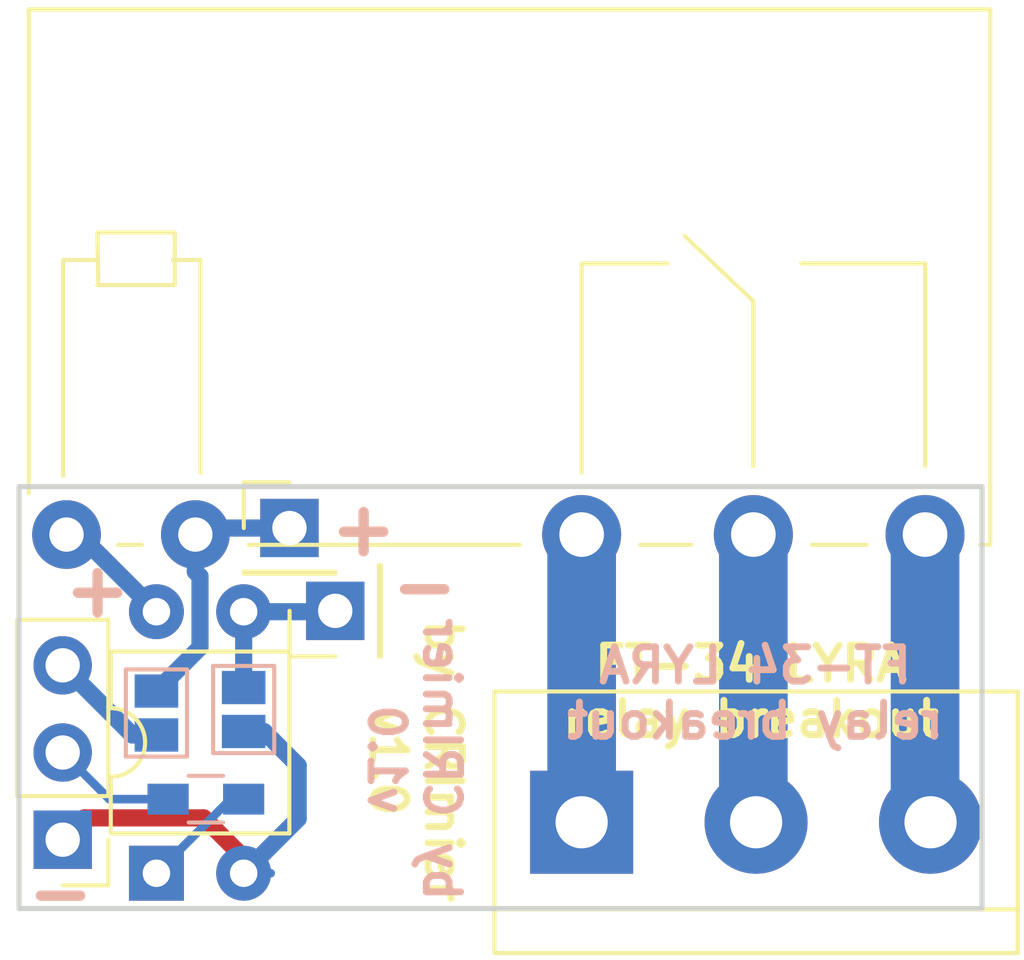
<source format=kicad_pcb>
(kicad_pcb (version 4) (host pcbnew 4.0.7)

  (general
    (links 13)
    (no_connects 1)
    (area 128.602381 85.907 161.568001 118.169)
    (thickness 1.6)
    (drawings 16)
    (tracks 32)
    (zones 0)
    (modules 9)
    (nets 11)
  )

  (page A4)
  (layers
    (0 F.Cu signal)
    (31 B.Cu signal)
    (32 B.Adhes user)
    (33 F.Adhes user)
    (34 B.Paste user)
    (35 F.Paste user)
    (36 B.SilkS user)
    (37 F.SilkS user)
    (38 B.Mask user)
    (39 F.Mask user)
    (40 Dwgs.User user)
    (41 Cmts.User user)
    (42 Eco1.User user)
    (43 Eco2.User user)
    (44 Edge.Cuts user)
    (45 Margin user)
    (46 B.CrtYd user)
    (47 F.CrtYd user)
    (48 B.Fab user hide)
    (49 F.Fab user hide)
  )

  (setup
    (last_trace_width 0.5)
    (user_trace_width 0.5)
    (user_trace_width 2)
    (trace_clearance 0.2)
    (zone_clearance 0.508)
    (zone_45_only no)
    (trace_min 0.2)
    (segment_width 0.2)
    (edge_width 0.15)
    (via_size 0.6)
    (via_drill 0.4)
    (via_min_size 0.4)
    (via_min_drill 0.3)
    (uvia_size 0.3)
    (uvia_drill 0.1)
    (uvias_allowed no)
    (uvia_min_size 0.2)
    (uvia_min_drill 0.1)
    (pcb_text_width 0.3)
    (pcb_text_size 1.5 1.5)
    (mod_edge_width 0.15)
    (mod_text_size 1 1)
    (mod_text_width 0.15)
    (pad_size 1.524 1.524)
    (pad_drill 0.762)
    (pad_to_mask_clearance 0.2)
    (aux_axis_origin 161.2646 100.9142)
    (grid_origin 161.29 100.965)
    (visible_elements 7FFFFFFF)
    (pcbplotparams
      (layerselection 0x010f0_80000001)
      (usegerberextensions true)
      (usegerberattributes true)
      (excludeedgelayer true)
      (linewidth 0.100000)
      (plotframeref false)
      (viasonmask false)
      (mode 1)
      (useauxorigin true)
      (hpglpennumber 1)
      (hpglpenspeed 20)
      (hpglpendiameter 15)
      (hpglpenoverlay 2)
      (psnegative false)
      (psa4output false)
      (plotreference false)
      (plotvalue false)
      (plotinvisibletext false)
      (padsonsilk false)
      (subtractmaskfromsilk false)
      (outputformat 1)
      (mirror false)
      (drillshape 0)
      (scaleselection 1)
      (outputdirectory gerbers/))
  )

  (net 0 "")
  (net 1 GND)
  (net 2 "Net-(J1-Pad2)")
  (net 3 VCC)
  (net 4 "Net-(J2-Pad1)")
  (net 5 "Net-(J3-Pad1)")
  (net 6 "Net-(J3-Pad2)")
  (net 7 "Net-(J3-Pad3)")
  (net 8 "Net-(R1-Pad1)")
  (net 9 "Net-(D1-Pad1)")
  (net 10 "Net-(D1-Pad2)")

  (net_class Default "This is the default net class."
    (clearance 0.2)
    (trace_width 0.25)
    (via_dia 0.6)
    (via_drill 0.4)
    (uvia_dia 0.3)
    (uvia_drill 0.1)
    (add_net GND)
    (add_net "Net-(D1-Pad1)")
    (add_net "Net-(D1-Pad2)")
    (add_net "Net-(J1-Pad2)")
    (add_net "Net-(J2-Pad1)")
    (add_net "Net-(J3-Pad1)")
    (add_net "Net-(J3-Pad2)")
    (add_net "Net-(J3-Pad3)")
    (add_net "Net-(R1-Pad1)")
    (add_net VCC)
  )

  (module Housings_DIP:DIP-4_W7.62mm (layer F.Cu) (tedit 5AA84F94) (tstamp 5AA84E8C)
    (at 136.0805 113.4999 90)
    (descr "4-lead though-hole mounted DIP package, row spacing 7.62 mm (300 mils)")
    (tags "THT DIP DIL PDIP 2.54mm 7.62mm 300mil")
    (path /5AA84B5A)
    (fp_text reference U1 (at 3.81 -2.33 90) (layer F.SilkS) hide
      (effects (font (size 1 1) (thickness 0.15)))
    )
    (fp_text value PC817 (at 3.81 4.87 90) (layer F.Fab)
      (effects (font (size 1 1) (thickness 0.15)))
    )
    (fp_arc (start 3.81 -1.33) (end 2.81 -1.33) (angle -180) (layer F.SilkS) (width 0.12))
    (fp_line (start 1.635 -1.27) (end 6.985 -1.27) (layer F.Fab) (width 0.1))
    (fp_line (start 6.985 -1.27) (end 6.985 3.81) (layer F.Fab) (width 0.1))
    (fp_line (start 6.985 3.81) (end 0.635 3.81) (layer F.Fab) (width 0.1))
    (fp_line (start 0.635 3.81) (end 0.635 -0.27) (layer F.Fab) (width 0.1))
    (fp_line (start 0.635 -0.27) (end 1.635 -1.27) (layer F.Fab) (width 0.1))
    (fp_line (start 2.81 -1.33) (end 1.16 -1.33) (layer F.SilkS) (width 0.12))
    (fp_line (start 1.16 -1.33) (end 1.16 3.87) (layer F.SilkS) (width 0.12))
    (fp_line (start 1.16 3.87) (end 6.46 3.87) (layer F.SilkS) (width 0.12))
    (fp_line (start 6.46 3.87) (end 6.46 -1.33) (layer F.SilkS) (width 0.12))
    (fp_line (start 6.46 -1.33) (end 4.81 -1.33) (layer F.SilkS) (width 0.12))
    (fp_line (start -1.1 -1.55) (end -1.1 4.1) (layer F.CrtYd) (width 0.05))
    (fp_line (start -1.1 4.1) (end 8.7 4.1) (layer F.CrtYd) (width 0.05))
    (fp_line (start 8.7 4.1) (end 8.7 -1.55) (layer F.CrtYd) (width 0.05))
    (fp_line (start 8.7 -1.55) (end -1.1 -1.55) (layer F.CrtYd) (width 0.05))
    (fp_text user %R (at 3.81 1.27 90) (layer F.Fab)
      (effects (font (size 1 1) (thickness 0.15)))
    )
    (pad 1 thru_hole rect (at 0 0 90) (size 1.6 1.6) (drill 0.8) (layers *.Cu *.Mask)
      (net 8 "Net-(R1-Pad1)"))
    (pad 3 thru_hole oval (at 7.62 2.54 90) (size 1.6 1.6) (drill 0.8) (layers *.Cu *.Mask)
      (net 4 "Net-(J2-Pad1)"))
    (pad 2 thru_hole oval (at 0 2.54 90) (size 1.6 1.6) (drill 0.8) (layers *.Cu *.Mask)
      (net 1 GND))
    (pad 4 thru_hole oval (at 7.62 0 90) (size 1.6 1.6) (drill 0.8) (layers *.Cu *.Mask)
      (net 10 "Net-(D1-Pad2)"))
    (model ${KISYS3DMOD}/Housings_DIP.3dshapes/DIP-4_W7.62mm.wrl
      (at (xyz 0 0 0))
      (scale (xyz 1 1 1))
      (rotate (xyz 0 0 0))
    )
  )

  (module Pin_Headers:Pin_Header_Straight_1x01_Pitch2.54mm (layer F.Cu) (tedit 5AA84F92) (tstamp 5AA8500F)
    (at 141.2875 105.8545 90)
    (descr "Through hole straight pin header, 1x01, 2.54mm pitch, single row")
    (tags "Through hole pin header THT 1x01 2.54mm single row")
    (path /5AA85134)
    (fp_text reference J2 (at 0 -2.33 90) (layer F.SilkS) hide
      (effects (font (size 1 1) (thickness 0.15)))
    )
    (fp_text value Conn_01x01 (at 0 2.33 90) (layer F.Fab)
      (effects (font (size 1 1) (thickness 0.15)))
    )
    (fp_line (start -0.635 -1.27) (end 1.27 -1.27) (layer F.Fab) (width 0.1))
    (fp_line (start 1.27 -1.27) (end 1.27 1.27) (layer F.Fab) (width 0.1))
    (fp_line (start 1.27 1.27) (end -1.27 1.27) (layer F.Fab) (width 0.1))
    (fp_line (start -1.27 1.27) (end -1.27 -0.635) (layer F.Fab) (width 0.1))
    (fp_line (start -1.27 -0.635) (end -0.635 -1.27) (layer F.Fab) (width 0.1))
    (fp_line (start -1.33 1.33) (end 1.33 1.33) (layer F.SilkS) (width 0.12))
    (fp_line (start -1.33 1.27) (end -1.33 1.33) (layer F.SilkS) (width 0.12))
    (fp_line (start 1.33 1.27) (end 1.33 1.33) (layer F.SilkS) (width 0.12))
    (fp_line (start -1.33 1.27) (end 1.33 1.27) (layer F.SilkS) (width 0.12))
    (fp_line (start -1.33 0) (end -1.33 -1.33) (layer F.SilkS) (width 0.12))
    (fp_line (start -1.33 -1.33) (end 0 -1.33) (layer F.SilkS) (width 0.12))
    (fp_line (start -1.8 -1.8) (end -1.8 1.8) (layer F.CrtYd) (width 0.05))
    (fp_line (start -1.8 1.8) (end 1.8 1.8) (layer F.CrtYd) (width 0.05))
    (fp_line (start 1.8 1.8) (end 1.8 -1.8) (layer F.CrtYd) (width 0.05))
    (fp_line (start 1.8 -1.8) (end -1.8 -1.8) (layer F.CrtYd) (width 0.05))
    (fp_text user %R (at 0 0 180) (layer F.Fab)
      (effects (font (size 1 1) (thickness 0.15)))
    )
    (pad 1 thru_hole rect (at 0 0 90) (size 1.7 1.7) (drill 1) (layers *.Cu *.Mask)
      (net 4 "Net-(J2-Pad1)"))
    (model ${KISYS3DMOD}/Pin_Headers.3dshapes/Pin_Header_Straight_1x01_Pitch2.54mm.wrl
      (at (xyz 0 0 0))
      (scale (xyz 1 1 1))
      (rotate (xyz 0 0 0))
    )
  )

  (module Connect:GS2 (layer B.Cu) (tedit 5AA84F90) (tstamp 5AA84E52)
    (at 138.6205 108.7297)
    (descr "2-pin solder bridge")
    (tags "solder bridge")
    (path /5AA84D40)
    (attr smd)
    (fp_text reference JP2 (at 1.78 0 90) (layer B.SilkS) hide
      (effects (font (size 1 1) (thickness 0.15)) (justify mirror))
    )
    (fp_text value Jumper (at -1.8 0 270) (layer B.Fab)
      (effects (font (size 1 1) (thickness 0.15)) (justify mirror))
    )
    (fp_line (start 1.1 1.45) (end 1.1 -1.5) (layer B.CrtYd) (width 0.05))
    (fp_line (start 1.1 -1.5) (end -1.1 -1.5) (layer B.CrtYd) (width 0.05))
    (fp_line (start -1.1 -1.5) (end -1.1 1.45) (layer B.CrtYd) (width 0.05))
    (fp_line (start -1.1 1.45) (end 1.1 1.45) (layer B.CrtYd) (width 0.05))
    (fp_line (start -0.89 1.27) (end -0.89 -1.27) (layer B.SilkS) (width 0.12))
    (fp_line (start 0.89 -1.27) (end 0.89 1.27) (layer B.SilkS) (width 0.12))
    (fp_line (start 0.89 -1.27) (end -0.89 -1.27) (layer B.SilkS) (width 0.12))
    (fp_line (start -0.89 1.27) (end 0.89 1.27) (layer B.SilkS) (width 0.12))
    (pad 1 smd rect (at 0 0.64) (size 1.27 0.97) (layers B.Cu B.Paste B.Mask)
      (net 1 GND))
    (pad 2 smd rect (at 0 -0.64) (size 1.27 0.97) (layers B.Cu B.Paste B.Mask)
      (net 4 "Net-(J2-Pad1)"))
  )

  (module Resistors_SMD:R_0603_HandSoldering (layer B.Cu) (tedit 5AA84F9B) (tstamp 5AA84E84)
    (at 137.5205 111.3409 180)
    (descr "Resistor SMD 0603, hand soldering")
    (tags "resistor 0603")
    (path /5AA84C19)
    (attr smd)
    (fp_text reference R1 (at 0 1.45 180) (layer B.SilkS) hide
      (effects (font (size 1 1) (thickness 0.15)) (justify mirror))
    )
    (fp_text value 1k (at 0 -1.55 180) (layer B.Fab)
      (effects (font (size 1 1) (thickness 0.15)) (justify mirror))
    )
    (fp_text user %R (at 0 0 180) (layer B.Fab)
      (effects (font (size 0.4 0.4) (thickness 0.075)) (justify mirror))
    )
    (fp_line (start -0.8 -0.4) (end -0.8 0.4) (layer B.Fab) (width 0.1))
    (fp_line (start 0.8 -0.4) (end -0.8 -0.4) (layer B.Fab) (width 0.1))
    (fp_line (start 0.8 0.4) (end 0.8 -0.4) (layer B.Fab) (width 0.1))
    (fp_line (start -0.8 0.4) (end 0.8 0.4) (layer B.Fab) (width 0.1))
    (fp_line (start 0.5 -0.68) (end -0.5 -0.68) (layer B.SilkS) (width 0.12))
    (fp_line (start -0.5 0.68) (end 0.5 0.68) (layer B.SilkS) (width 0.12))
    (fp_line (start -1.96 0.7) (end 1.95 0.7) (layer B.CrtYd) (width 0.05))
    (fp_line (start -1.96 0.7) (end -1.96 -0.7) (layer B.CrtYd) (width 0.05))
    (fp_line (start 1.95 -0.7) (end 1.95 0.7) (layer B.CrtYd) (width 0.05))
    (fp_line (start 1.95 -0.7) (end -1.96 -0.7) (layer B.CrtYd) (width 0.05))
    (pad 1 smd rect (at -1.1 0 180) (size 1.2 0.9) (layers B.Cu B.Paste B.Mask)
      (net 8 "Net-(R1-Pad1)"))
    (pad 2 smd rect (at 1.1 0 180) (size 1.2 0.9) (layers B.Cu B.Paste B.Mask)
      (net 2 "Net-(J1-Pad2)"))
    (model ${KISYS3DMOD}/Resistors_SMD.3dshapes/R_0603.wrl
      (at (xyz 0 0 0))
      (scale (xyz 1 1 1))
      (rotate (xyz 0 0 0))
    )
  )

  (module Connect:GS2 (layer B.Cu) (tedit 5AA84F9E) (tstamp 5AA84E4C)
    (at 136.0805 108.8313)
    (descr "2-pin solder bridge")
    (tags "solder bridge")
    (path /5AA84DD1)
    (attr smd)
    (fp_text reference JP1 (at 1.78 0 90) (layer B.SilkS) hide
      (effects (font (size 1 1) (thickness 0.15)) (justify mirror))
    )
    (fp_text value Jumper (at -1.8 0 270) (layer B.Fab)
      (effects (font (size 1 1) (thickness 0.15)) (justify mirror))
    )
    (fp_line (start 1.1 1.45) (end 1.1 -1.5) (layer B.CrtYd) (width 0.05))
    (fp_line (start 1.1 -1.5) (end -1.1 -1.5) (layer B.CrtYd) (width 0.05))
    (fp_line (start -1.1 -1.5) (end -1.1 1.45) (layer B.CrtYd) (width 0.05))
    (fp_line (start -1.1 1.45) (end 1.1 1.45) (layer B.CrtYd) (width 0.05))
    (fp_line (start -0.89 1.27) (end -0.89 -1.27) (layer B.SilkS) (width 0.12))
    (fp_line (start 0.89 -1.27) (end 0.89 1.27) (layer B.SilkS) (width 0.12))
    (fp_line (start 0.89 -1.27) (end -0.89 -1.27) (layer B.SilkS) (width 0.12))
    (fp_line (start -0.89 1.27) (end 0.89 1.27) (layer B.SilkS) (width 0.12))
    (pad 1 smd rect (at 0 0.64) (size 1.27 0.97) (layers B.Cu B.Paste B.Mask)
      (net 3 VCC))
    (pad 2 smd rect (at 0 -0.64) (size 1.27 0.97) (layers B.Cu B.Paste B.Mask)
      (net 9 "Net-(D1-Pad1)"))
  )

  (module Pin_Headers:Pin_Header_Straight_1x03_Pitch2.54mm (layer F.Cu) (tedit 5AA84F86) (tstamp 5AA84E29)
    (at 133.35 112.522 180)
    (descr "Through hole straight pin header, 1x03, 2.54mm pitch, single row")
    (tags "Through hole pin header THT 1x03 2.54mm single row")
    (path /5AA84B07)
    (fp_text reference J1 (at 0 -2.33 180) (layer F.SilkS) hide
      (effects (font (size 1 1) (thickness 0.15)))
    )
    (fp_text value Conn_01x03 (at 0 7.41 180) (layer F.Fab)
      (effects (font (size 1 1) (thickness 0.15)))
    )
    (fp_line (start -0.635 -1.27) (end 1.27 -1.27) (layer F.Fab) (width 0.1))
    (fp_line (start 1.27 -1.27) (end 1.27 6.35) (layer F.Fab) (width 0.1))
    (fp_line (start 1.27 6.35) (end -1.27 6.35) (layer F.Fab) (width 0.1))
    (fp_line (start -1.27 6.35) (end -1.27 -0.635) (layer F.Fab) (width 0.1))
    (fp_line (start -1.27 -0.635) (end -0.635 -1.27) (layer F.Fab) (width 0.1))
    (fp_line (start -1.33 6.41) (end 1.33 6.41) (layer F.SilkS) (width 0.12))
    (fp_line (start -1.33 1.27) (end -1.33 6.41) (layer F.SilkS) (width 0.12))
    (fp_line (start 1.33 1.27) (end 1.33 6.41) (layer F.SilkS) (width 0.12))
    (fp_line (start -1.33 1.27) (end 1.33 1.27) (layer F.SilkS) (width 0.12))
    (fp_line (start -1.33 0) (end -1.33 -1.33) (layer F.SilkS) (width 0.12))
    (fp_line (start -1.33 -1.33) (end 0 -1.33) (layer F.SilkS) (width 0.12))
    (fp_line (start -1.8 -1.8) (end -1.8 6.85) (layer F.CrtYd) (width 0.05))
    (fp_line (start -1.8 6.85) (end 1.8 6.85) (layer F.CrtYd) (width 0.05))
    (fp_line (start 1.8 6.85) (end 1.8 -1.8) (layer F.CrtYd) (width 0.05))
    (fp_line (start 1.8 -1.8) (end -1.8 -1.8) (layer F.CrtYd) (width 0.05))
    (fp_text user %R (at 0 2.54 270) (layer F.Fab)
      (effects (font (size 1 1) (thickness 0.15)))
    )
    (pad 1 thru_hole rect (at 0 0 180) (size 1.7 1.7) (drill 1) (layers *.Cu *.Mask)
      (net 1 GND))
    (pad 2 thru_hole oval (at 0 2.54 180) (size 1.7 1.7) (drill 1) (layers *.Cu *.Mask)
      (net 2 "Net-(J1-Pad2)"))
    (pad 3 thru_hole oval (at 0 5.08 180) (size 1.7 1.7) (drill 1) (layers *.Cu *.Mask)
      (net 3 VCC))
    (model ${KISYS3DMOD}/Pin_Headers.3dshapes/Pin_Header_Straight_1x03_Pitch2.54mm.wrl
      (at (xyz 0 0 0))
      (scale (xyz 1 1 1))
      (rotate (xyz 0 0 0))
    )
  )

  (module Terminal_Blocks:TerminalBlock_bornier-3_P5.08mm (layer F.Cu) (tedit 5AA85FF4) (tstamp 5AA84E46)
    (at 148.463 112.014)
    (descr "simple 3-pin terminal block, pitch 5.08mm, revamped version of bornier3")
    (tags "terminal block bornier3")
    (path /5AA84F10)
    (fp_text reference J3 (at 5.05 -4.65) (layer F.SilkS) hide
      (effects (font (size 1 1) (thickness 0.15)))
    )
    (fp_text value Conn_01x03 (at 5.08 5.08) (layer F.Fab)
      (effects (font (size 1 1) (thickness 0.15)))
    )
    (fp_text user %R (at 5.08 0) (layer F.Fab)
      (effects (font (size 1 1) (thickness 0.15)))
    )
    (fp_line (start -2.47 2.55) (end 12.63 2.55) (layer F.Fab) (width 0.1))
    (fp_line (start -2.47 -3.75) (end 12.63 -3.75) (layer F.Fab) (width 0.1))
    (fp_line (start 12.63 -3.75) (end 12.63 3.75) (layer F.Fab) (width 0.1))
    (fp_line (start 12.63 3.75) (end -2.47 3.75) (layer F.Fab) (width 0.1))
    (fp_line (start -2.47 3.75) (end -2.47 -3.75) (layer F.Fab) (width 0.1))
    (fp_line (start -2.54 3.81) (end -2.54 -3.81) (layer F.SilkS) (width 0.12))
    (fp_line (start 12.7 3.81) (end 12.7 -3.81) (layer F.SilkS) (width 0.12))
    (fp_line (start -2.54 2.54) (end 12.7 2.54) (layer F.SilkS) (width 0.12))
    (fp_line (start -2.54 -3.81) (end 12.7 -3.81) (layer F.SilkS) (width 0.12))
    (fp_line (start -2.54 3.81) (end 12.7 3.81) (layer F.SilkS) (width 0.12))
    (fp_line (start -2.72 -4) (end 12.88 -4) (layer F.CrtYd) (width 0.05))
    (fp_line (start -2.72 -4) (end -2.72 4) (layer F.CrtYd) (width 0.05))
    (fp_line (start 12.88 4) (end 12.88 -4) (layer F.CrtYd) (width 0.05))
    (fp_line (start 12.88 4) (end -2.72 4) (layer F.CrtYd) (width 0.05))
    (pad 1 thru_hole rect (at 0 0) (size 3 3) (drill 1.52) (layers *.Cu *.Mask)
      (net 5 "Net-(J3-Pad1)"))
    (pad 2 thru_hole circle (at 5.08 0) (size 3 3) (drill 1.52) (layers *.Cu *.Mask)
      (net 6 "Net-(J3-Pad2)"))
    (pad 3 thru_hole circle (at 10.16 0) (size 3 3) (drill 1.52) (layers *.Cu *.Mask)
      (net 7 "Net-(J3-Pad3)"))
    (model ${KISYS3DMOD}/Terminal_Blocks.3dshapes/TerminalBlock_bornier-3_P5.08mm.wrl
      (at (xyz 0.2 0 0))
      (scale (xyz 1 1 1))
      (rotate (xyz 0 0 0))
    )
  )

  (module Pin_Headers:Pin_Header_Straight_1x01_Pitch2.54mm (layer F.Cu) (tedit 5AA84F97) (tstamp 5AA85037)
    (at 139.954 103.4415)
    (descr "Through hole straight pin header, 1x01, 2.54mm pitch, single row")
    (tags "Through hole pin header THT 1x01 2.54mm single row")
    (path /5AA850DF)
    (fp_text reference J4 (at 0 -2.33) (layer F.SilkS) hide
      (effects (font (size 1 1) (thickness 0.15)))
    )
    (fp_text value Conn_01x01 (at 0 2.33) (layer F.Fab)
      (effects (font (size 1 1) (thickness 0.15)))
    )
    (fp_line (start -0.635 -1.27) (end 1.27 -1.27) (layer F.Fab) (width 0.1))
    (fp_line (start 1.27 -1.27) (end 1.27 1.27) (layer F.Fab) (width 0.1))
    (fp_line (start 1.27 1.27) (end -1.27 1.27) (layer F.Fab) (width 0.1))
    (fp_line (start -1.27 1.27) (end -1.27 -0.635) (layer F.Fab) (width 0.1))
    (fp_line (start -1.27 -0.635) (end -0.635 -1.27) (layer F.Fab) (width 0.1))
    (fp_line (start -1.33 1.33) (end 1.33 1.33) (layer F.SilkS) (width 0.12))
    (fp_line (start -1.33 1.27) (end -1.33 1.33) (layer F.SilkS) (width 0.12))
    (fp_line (start 1.33 1.27) (end 1.33 1.33) (layer F.SilkS) (width 0.12))
    (fp_line (start -1.33 1.27) (end 1.33 1.27) (layer F.SilkS) (width 0.12))
    (fp_line (start -1.33 0) (end -1.33 -1.33) (layer F.SilkS) (width 0.12))
    (fp_line (start -1.33 -1.33) (end 0 -1.33) (layer F.SilkS) (width 0.12))
    (fp_line (start -1.8 -1.8) (end -1.8 1.8) (layer F.CrtYd) (width 0.05))
    (fp_line (start -1.8 1.8) (end 1.8 1.8) (layer F.CrtYd) (width 0.05))
    (fp_line (start 1.8 1.8) (end 1.8 -1.8) (layer F.CrtYd) (width 0.05))
    (fp_line (start 1.8 -1.8) (end -1.8 -1.8) (layer F.CrtYd) (width 0.05))
    (fp_text user %R (at 0 0 90) (layer F.Fab)
      (effects (font (size 1 1) (thickness 0.15)))
    )
    (pad 1 thru_hole rect (at 0 0) (size 1.7 1.7) (drill 1) (layers *.Cu *.Mask)
      (net 9 "Net-(D1-Pad1)"))
    (model ${KISYS3DMOD}/Pin_Headers.3dshapes/Pin_Header_Straight_1x01_Pitch2.54mm.wrl
      (at (xyz 0 0 0))
      (scale (xyz 1 1 1))
      (rotate (xyz 0 0 0))
    )
  )

  (module Relays_ThroughHole:Relay_SPDT_SingleRow_Laying_FinderType34Point51 (layer F.Cu) (tedit 5AA85FEF) (tstamp 5AA85F1E)
    (at 137.21392 103.632)
    (descr "Relay SPDT Wechsler 1x Um Single Row Einreihig Laying liegend Finder Type34.51 RevB Date 25Jun2010")
    (tags "Relay SPDT Wechsler 1x Um Single Row Einreihig Laying liegend Finder Type34.51 RevB Date 25Jun2010")
    (path /5AA84A1A)
    (fp_text reference K1 (at 9.14908 -16.75) (layer F.SilkS) hide
      (effects (font (size 1 1) (thickness 0.15)))
    )
    (fp_text value FINDER-40.31 (at 9.14908 5) (layer F.Fab)
      (effects (font (size 1 1) (thickness 0.15)))
    )
    (fp_line (start -4.8 0.2) (end -4.8 -15.2) (layer F.Fab) (width 0.12))
    (fp_line (start -4.8 -15.2) (end 23.1 -15.2) (layer F.Fab) (width 0.12))
    (fp_line (start 23.1 -15.2) (end 23.1 0.2) (layer F.Fab) (width 0.12))
    (fp_line (start 23.1 0.2) (end -4.8 0.2) (layer F.Fab) (width 0.12))
    (fp_text user A2 (at -3.75092 2.1) (layer F.SilkS) hide
      (effects (font (size 1 1) (thickness 0.15)))
    )
    (fp_text user A1 (at -0.00092 2.1) (layer F.SilkS) hide
      (effects (font (size 1 1) (thickness 0.15)))
    )
    (fp_text user NC (at 11.24908 2.15) (layer F.SilkS) hide
      (effects (font (size 1 1) (thickness 0.15)))
    )
    (fp_text user NO (at 21.14908 2.1) (layer F.SilkS) hide
      (effects (font (size 1 1) (thickness 0.15)))
    )
    (fp_text user C (at 16.14908 2.1) (layer F.SilkS) hide
      (effects (font (size 1 1) (thickness 0.15)))
    )
    (fp_text user %R (at 8.89 -8.89) (layer F.Fab)
      (effects (font (size 1 1) (thickness 0.15)))
    )
    (fp_line (start 23.4 2.75) (end -5.1 2.75) (layer F.CrtYd) (width 0.05))
    (fp_line (start 23.4 2.75) (end 23.4 -15.55) (layer F.CrtYd) (width 0.05))
    (fp_line (start -5.1 2.75) (end -5.1 -15.55) (layer F.CrtYd) (width 0.05))
    (fp_line (start 23.4 -15.55) (end -5.1 -15.55) (layer F.CrtYd) (width 0.05))
    (fp_line (start -2.85092 -8) (end -3.85092 -8) (layer F.SilkS) (width 0.12))
    (fp_line (start -3.85092 -8) (end -3.85092 -1.7) (layer F.SilkS) (width 0.12))
    (fp_line (start -0.65092 -8) (end 0.14908 -8) (layer F.SilkS) (width 0.12))
    (fp_line (start 0.14908 -8) (end 0.14908 -1.8) (layer F.SilkS) (width 0.12))
    (fp_line (start 17.64908 -7.9) (end 21.24908 -7.9) (layer F.SilkS) (width 0.12))
    (fp_line (start 21.24908 -7.9) (end 21.24908 -2) (layer F.SilkS) (width 0.12))
    (fp_line (start 13.74908 -7.9) (end 11.24908 -7.9) (layer F.SilkS) (width 0.12))
    (fp_line (start 11.24908 -7.9) (end 11.24908 -1.8) (layer F.SilkS) (width 0.12))
    (fp_line (start 16.24908 -2) (end 16.24908 -6.8) (layer F.SilkS) (width 0.12))
    (fp_line (start 16.24908 -6.8) (end 14.24908 -8.7) (layer F.SilkS) (width 0.12))
    (fp_line (start 23.14908 -15.3) (end 23.14908 0.3) (layer F.SilkS) (width 0.12))
    (fp_line (start -1.55092 0.3) (end -2.25092 0.3) (layer F.SilkS) (width 0.12))
    (fp_line (start 9.44908 0.3) (end 1.54908 0.3) (layer F.SilkS) (width 0.12))
    (fp_line (start 14.44908 0.3) (end 12.94908 0.3) (layer F.SilkS) (width 0.12))
    (fp_line (start 19.54908 0.3) (end 17.94908 0.3) (layer F.SilkS) (width 0.12))
    (fp_line (start 23.04908 0.3) (end 22.84908 0.3) (layer F.SilkS) (width 0.12))
    (fp_line (start 23.14908 -15.3) (end -4.85092 -15.3) (layer F.SilkS) (width 0.12))
    (fp_line (start -4.85092 -15.3) (end -4.85092 -1.2) (layer F.SilkS) (width 0.12))
    (fp_line (start -0.60092 -8.15) (end -0.60092 -8.8) (layer F.SilkS) (width 0.12))
    (fp_line (start -0.60092 -8.8) (end -2.82702 -8.8) (layer F.SilkS) (width 0.12))
    (fp_line (start -2.85092 -8.8) (end -2.82702 -7.27) (layer F.SilkS) (width 0.12))
    (fp_line (start -2.85092 -7.27) (end -0.60092 -7.27) (layer F.SilkS) (width 0.12))
    (fp_line (start -0.60092 -7.27) (end -0.60092 -8.2) (layer F.SilkS) (width 0.12))
    (pad 14 thru_hole circle (at 21.24908 0) (size 2.3 2.3) (drill 1.3) (layers *.Cu *.Mask)
      (net 7 "Net-(J3-Pad3)"))
    (pad 11 thru_hole circle (at 16.24908 0) (size 2.3 2.3) (drill 1.3) (layers *.Cu *.Mask)
      (net 6 "Net-(J3-Pad2)"))
    (pad 12 thru_hole circle (at 11.24908 0) (size 2.3 2.3) (drill 1.3) (layers *.Cu *.Mask)
      (net 5 "Net-(J3-Pad1)"))
    (pad A1 thru_hole circle (at 0 0) (size 2 2) (drill 1) (layers *.Cu *.Mask)
      (net 9 "Net-(D1-Pad1)"))
    (pad A2 thru_hole circle (at -3.75158 0) (size 2 2) (drill 1) (layers *.Cu *.Mask)
      (net 10 "Net-(D1-Pad2)"))
    (model ${KISYS3DMOD}/Relays_THT.3dshapes/Relay_SPDT_SingleRow_Laying_FinderType34Point51.wrl
      (at (xyz 0.3602 0 0))
      (scale (xyz 1 1 1))
      (rotate (xyz 0 0 0))
    )
  )

  (gr_text "by CRImier\nv1.0" (at 143.5862 110.1852 270) (layer B.SilkS) (tstamp 5AA860BB)
    (effects (font (size 1 1) (thickness 0.2)) (justify mirror))
  )
  (gr_text "FT-34 LYRA\nrelay breakout" (at 153.5176 108.2548) (layer B.SilkS) (tstamp 5AA860B3)
    (effects (font (size 1 1) (thickness 0.2)) (justify mirror))
  )
  (gr_text "by CRImier\nv1.0" (at 143.637 110.236 270) (layer F.SilkS) (tstamp 5AA8646F)
    (effects (font (size 1 1) (thickness 0.2)))
  )
  (gr_text + (at 142.113 103.4415) (layer F.SilkS) (tstamp 5AA8525A)
    (effects (font (size 1.5 1.5) (thickness 0.3)))
  )
  (gr_text + (at 142.113 103.4415) (layer B.SilkS)
    (effects (font (size 1.5 1.5) (thickness 0.3)) (justify mirror))
  )
  (gr_text - (at 133.2865 114.046) (layer F.SilkS) (tstamp 5AA8526B)
    (effects (font (size 1.5 1.5) (thickness 0.3)))
  )
  (gr_text - (at 133.2865 114.046) (layer B.SilkS) (tstamp 5AA8526C)
    (effects (font (size 1.5 1.5) (thickness 0.3)) (justify mirror))
  )
  (gr_text - (at 143.891 105.1179) (layer B.SilkS) (tstamp 5AA8526E)
    (effects (font (size 1.5 1.5) (thickness 0.3)) (justify mirror))
  )
  (gr_text - (at 143.891 105.1179) (layer F.SilkS) (tstamp 5AA8526D)
    (effects (font (size 1.5 1.5) (thickness 0.3)))
  )
  (gr_text + (at 134.366 105.2195) (layer B.SilkS) (tstamp 5AA85265)
    (effects (font (size 1.5 1.5) (thickness 0.3)) (justify mirror))
  )
  (gr_text + (at 134.366 105.2195) (layer F.SilkS) (tstamp 5AA85264)
    (effects (font (size 1.5 1.5) (thickness 0.3)))
  )
  (gr_text "FT-34 LYRA\nrelay breakout" (at 153.3906 108.204) (layer F.SilkS)
    (effects (font (size 1 1) (thickness 0.2)))
  )
  (gr_line (start 132.08 102.235) (end 160.1216 102.235) (layer Edge.Cuts) (width 0.15))
  (gr_line (start 132.08 114.5286) (end 132.08 102.235) (layer Edge.Cuts) (width 0.15))
  (gr_line (start 160.1216 114.5286) (end 132.08 114.5286) (layer Edge.Cuts) (width 0.15))
  (gr_line (start 160.1216 102.235) (end 160.1216 114.5286) (layer Edge.Cuts) (width 0.15))

  (segment (start 140.208 110.363) (end 140.208 111.9124) (width 0.5) (layer B.Cu) (net 1))
  (segment (start 140.208 111.9124) (end 138.6205 113.4999) (width 0.5) (layer B.Cu) (net 1))
  (segment (start 139.2147 109.3697) (end 140.208 110.363) (width 0.5) (layer B.Cu) (net 1))
  (segment (start 138.6205 109.3697) (end 139.2147 109.3697) (width 0.5) (layer B.Cu) (net 1))
  (segment (start 133.35 112.522) (end 133.985 111.887) (width 0.5) (layer F.Cu) (net 1))
  (segment (start 133.985 111.887) (end 137.461853 111.887) (width 0.5) (layer F.Cu) (net 1))
  (segment (start 137.461853 111.887) (end 138.6205 113.045647) (width 0.5) (layer F.Cu) (net 1))
  (segment (start 138.6205 113.045647) (end 138.6205 113.4999) (width 0.5) (layer F.Cu) (net 1))
  (segment (start 138.6205 113.4999) (end 139.4079 113.4999) (width 0.25) (layer B.Cu) (net 1))
  (segment (start 136.4205 111.3409) (end 134.7089 111.3409) (width 0.25) (layer B.Cu) (net 2))
  (segment (start 134.7089 111.3409) (end 133.35 109.982) (width 0.25) (layer B.Cu) (net 2))
  (segment (start 136.473858 111.394258) (end 136.4205 111.3409) (width 0.25) (layer B.Cu) (net 2))
  (segment (start 133.35 107.442) (end 135.3793 109.4713) (width 0.5) (layer B.Cu) (net 3))
  (segment (start 135.3793 109.4713) (end 136.0805 109.4713) (width 0.5) (layer B.Cu) (net 3))
  (segment (start 138.6205 105.8799) (end 141.2621 105.8799) (width 0.5) (layer B.Cu) (net 4))
  (segment (start 141.2621 105.8799) (end 141.2875 105.8545) (width 0.5) (layer B.Cu) (net 4))
  (segment (start 138.6205 108.0897) (end 138.6205 105.8799) (width 0.5) (layer B.Cu) (net 4))
  (segment (start 148.463 103.632) (end 148.463 112.014) (width 2) (layer B.Cu) (net 5))
  (segment (start 153.463 103.632) (end 153.463 111.934) (width 2) (layer B.Cu) (net 6))
  (segment (start 153.463 111.934) (end 153.543 112.014) (width 2) (layer B.Cu) (net 6))
  (segment (start 158.463 103.632) (end 158.463 111.854) (width 2) (layer B.Cu) (net 7))
  (segment (start 158.463 111.854) (end 158.623 112.014) (width 2) (layer B.Cu) (net 7))
  (segment (start 138.6205 111.3409) (end 138.2395 111.3409) (width 0.25) (layer B.Cu) (net 8))
  (segment (start 138.2395 111.3409) (end 136.0805 113.4999) (width 0.25) (layer B.Cu) (net 8))
  (segment (start 139.954 103.4415) (end 137.40442 103.4415) (width 0.5) (layer B.Cu) (net 9))
  (segment (start 137.40442 103.4415) (end 137.21392 103.632) (width 0.5) (layer B.Cu) (net 9))
  (segment (start 137.21392 103.632) (end 137.21392 104.715134) (width 0.5) (layer B.Cu) (net 9))
  (segment (start 137.21392 104.715134) (end 137.349096 104.85031) (width 0.5) (layer B.Cu) (net 9))
  (segment (start 137.349096 104.85031) (end 137.349096 106.922704) (width 0.5) (layer B.Cu) (net 9))
  (segment (start 137.349096 106.922704) (end 136.0805 108.1913) (width 0.5) (layer B.Cu) (net 9))
  (segment (start 133.46234 103.632) (end 133.8326 103.632) (width 0.5) (layer B.Cu) (net 10))
  (segment (start 133.8326 103.632) (end 136.0805 105.8799) (width 0.5) (layer B.Cu) (net 10))

)

</source>
